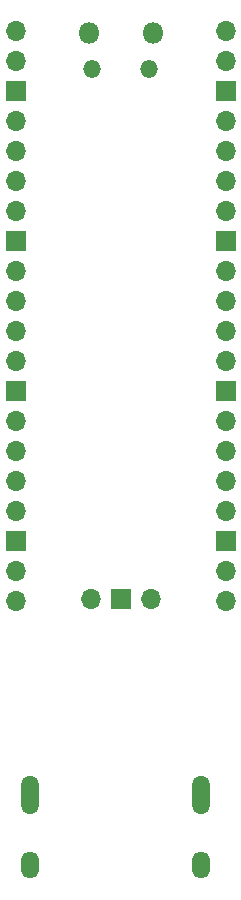
<source format=gbr>
%TF.GenerationSoftware,KiCad,Pcbnew,(6.0.0-0)*%
%TF.CreationDate,2022-10-23T16:11:07-04:00*%
%TF.ProjectId,HDMI_PICO,48444d49-5f50-4494-934f-2e6b69636164,rev?*%
%TF.SameCoordinates,Original*%
%TF.FileFunction,Soldermask,Bot*%
%TF.FilePolarity,Negative*%
%FSLAX46Y46*%
G04 Gerber Fmt 4.6, Leading zero omitted, Abs format (unit mm)*
G04 Created by KiCad (PCBNEW (6.0.0-0)) date 2022-10-23 16:11:07*
%MOMM*%
%LPD*%
G01*
G04 APERTURE LIST*
%ADD10O,1.700000X1.700000*%
%ADD11R,1.700000X1.700000*%
%ADD12O,1.800000X1.800000*%
%ADD13O,1.500000X1.500000*%
%ADD14O,1.500000X3.300000*%
%ADD15O,1.500000X2.300000*%
G04 APERTURE END LIST*
D10*
%TO.C,U1*%
X175835000Y-62945000D03*
X175835000Y-65485000D03*
D11*
X175835000Y-68025000D03*
D10*
X175835000Y-70565000D03*
X175835000Y-73105000D03*
X175835000Y-75645000D03*
X175835000Y-78185000D03*
D11*
X175835000Y-80725000D03*
D10*
X175835000Y-83265000D03*
X175835000Y-85805000D03*
X175835000Y-88345000D03*
X175835000Y-90885000D03*
D11*
X175835000Y-93425000D03*
D10*
X175835000Y-95965000D03*
X175835000Y-98505000D03*
X175835000Y-101045000D03*
X175835000Y-103585000D03*
D11*
X175835000Y-106125000D03*
D10*
X175835000Y-108665000D03*
X175835000Y-111205000D03*
X193615000Y-111205000D03*
X193615000Y-108665000D03*
D11*
X193615000Y-106125000D03*
D10*
X193615000Y-103585000D03*
X193615000Y-101045000D03*
X193615000Y-98505000D03*
X193615000Y-95965000D03*
D11*
X193615000Y-93425000D03*
D10*
X193615000Y-90885000D03*
X193615000Y-88345000D03*
X193615000Y-85805000D03*
X193615000Y-83265000D03*
D11*
X193615000Y-80725000D03*
D10*
X193615000Y-78185000D03*
X193615000Y-75645000D03*
X193615000Y-73105000D03*
X193615000Y-70565000D03*
D11*
X193615000Y-68025000D03*
D10*
X193615000Y-65485000D03*
X193615000Y-62945000D03*
D12*
X182000000Y-63075000D03*
X187450000Y-63075000D03*
D13*
X182300000Y-66105000D03*
X187150000Y-66105000D03*
D10*
X182185000Y-110975000D03*
D11*
X184725000Y-110975000D03*
D10*
X187265000Y-110975000D03*
%TD*%
D14*
%TO.C,J1*%
X191500000Y-127568250D03*
X177000000Y-127568250D03*
D15*
X177000000Y-133528250D03*
X191500000Y-133528250D03*
%TD*%
M02*

</source>
